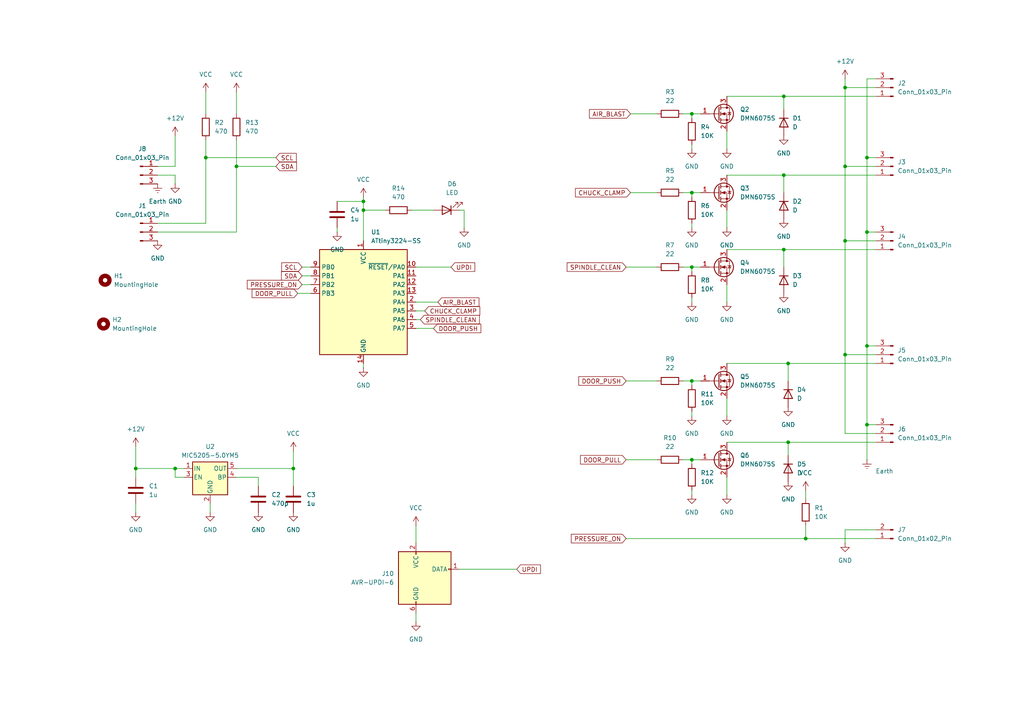
<source format=kicad_sch>
(kicad_sch (version 20231120) (generator "eeschema") (generator_version "8.0")
  (paper "A4")
  (lib_symbols
    (symbol "Connector:AVR-UPDI-6" (pin_names (offset 1.016))
      (property "Reference" "J" (at -6.35 8.89 0))
      (property "Value" "AVR-UPDI-6" (at 0 8.89 0))
      (symbol "AVR-UPDI-6_0_1"
        (rectangle (start -2.667 -6.858) (end -2.413 -7.62))
        (rectangle (start -2.667 7.62) (end -2.413 6.858))
        (rectangle (start 7.62 2.667) (end 6.858 2.413))
        (rectangle (start 7.62 7.62) (end -7.62 -7.62) (stroke (width 0.254)) (fill (type background)))
      )
      (symbol "AVR-UPDI-6_1_1"
        (pin passive line (at 10.16 2.54 180) (length 2.54) (name "DATA") (number "1"))
        (pin passive line (at -2.54 10.16 270) (length 2.54) (name "VCC") (number "2"))
        (pin no_connect line (at 7.62 0 180) (length 2.54) hide (name "NC") (number "3"))
        (pin no_connect line (at 7.62 -2.54 180) (length 2.54) hide (name "NC") (number "4"))
        (pin no_connect line (at 7.62 -5.08 180) (length 2.54) hide (name "NC") (number "5"))
        (pin passive line (at -2.54 -10.16 90) (length 2.54) (name "GND") (number "6"))
      )
    )
    (symbol "Connector:Conn_01x02_Pin" (pin_names (offset 1.016) hide)
      (property "Reference" "J" (at 0 2.54 0))
      (property "Value" "Conn_01x02_Pin" (at 0 -5.08 0))
      (symbol "Conn_01x02_Pin_1_1"
        (polyline (pts (xy 1.27 -2.54) (xy 0.8636 -2.54)) (stroke (width 0.1524)))
        (polyline (pts (xy 1.27 0) (xy 0.8636 0)) (stroke (width 0.1524)))
        (rectangle (start 0.8636 -2.413) (end 0 -2.667) (stroke (width 0.1524)) (fill (type outline)))
        (rectangle (start 0.8636 0.127) (end 0 -0.127) (stroke (width 0.1524)) (fill (type outline)))
        (pin passive line (at 5.08 0 180) (length 3.81) (name "Pin_1") (number "1"))
        (pin passive line (at 5.08 -2.54 180) (length 3.81) (name "Pin_2") (number "2"))
      )
    )
    (symbol "Connector:Conn_01x03_Pin" (pin_names (offset 1.016) hide)
      (property "Reference" "J" (at 0 5.08 0))
      (property "Value" "Conn_01x03_Pin" (at 0 -5.08 0))
      (symbol "Conn_01x03_Pin_1_1"
        (polyline (pts (xy 1.27 -2.54) (xy 0.8636 -2.54)) (stroke (width 0.1524)))
        (polyline (pts (xy 1.27 0) (xy 0.8636 0)) (stroke (width 0.1524)))
        (polyline (pts (xy 1.27 2.54) (xy 0.8636 2.54)) (stroke (width 0.1524)))
        (rectangle (start 0.8636 -2.413) (end 0 -2.667) (stroke (width 0.1524)) (fill (type outline)))
        (rectangle (start 0.8636 0.127) (end 0 -0.127) (stroke (width 0.1524)) (fill (type outline)))
        (rectangle (start 0.8636 2.667) (end 0 2.413) (stroke (width 0.1524)) (fill (type outline)))
        (pin passive line (at 5.08 2.54 180) (length 3.81) (name "Pin_1") (number "1"))
        (pin passive line (at 5.08 0 180) (length 3.81) (name "Pin_2") (number "2"))
        (pin passive line (at 5.08 -2.54 180) (length 3.81) (name "Pin_3") (number "3"))
      )
    )
    (symbol "Device:C" (pin_numbers hide) (pin_names (offset 0.254))
      (property "Reference" "C" (at 0.635 2.54 0))
      (property "Value" "C" (at 0.635 -2.54 0))
      (symbol "C_0_1"
        (polyline (pts (xy -2.032 -0.762) (xy 2.032 -0.762)) (stroke (width 0.508)))
        (polyline (pts (xy -2.032 0.762) (xy 2.032 0.762)) (stroke (width 0.508)))
      )
      (symbol "C_1_1"
        (pin passive line (at 0 3.81 270) (length 2.794) (name "~") (number "1"))
        (pin passive line (at 0 -3.81 90) (length 2.794) (name "~") (number "2"))
      )
    )
    (symbol "Device:D" (pin_numbers hide) (pin_names (offset 1.016) hide)
      (property "Reference" "D" (at 0 2.54 0))
      (property "Value" "D" (at 0 -2.54 0))
      (symbol "D_0_1"
        (polyline (pts (xy -1.27 1.27) (xy -1.27 -1.27)) (stroke (width 0.254)))
        (polyline (pts (xy 1.27 0) (xy -1.27 0)))
        (polyline (pts (xy 1.27 1.27) (xy 1.27 -1.27) (xy -1.27 0) (xy 1.27 1.27)) (stroke (width 0.254)))
      )
      (symbol "D_1_1"
        (pin passive line (at -3.81 0 0) (length 2.54) (name "K") (number "1"))
        (pin passive line (at 3.81 0 180) (length 2.54) (name "A") (number "2"))
      )
    )
    (symbol "Device:LED" (pin_numbers hide) (pin_names (offset 1.016) hide)
      (property "Reference" "D" (at 0 2.54 0))
      (property "Value" "LED" (at 0 -2.54 0))
      (symbol "LED_0_1"
        (polyline (pts (xy -1.27 -1.27) (xy -1.27 1.27)) (stroke (width 0.254)))
        (polyline (pts (xy -1.27 0) (xy 1.27 0)))
        (polyline (pts (xy 1.27 -1.27) (xy 1.27 1.27) (xy -1.27 0) (xy 1.27 -1.27)) (stroke (width 0.254)))
        (polyline (pts (xy -3.048 -0.762) (xy -4.572 -2.286) (xy -3.81 -2.286) (xy -4.572 -2.286) (xy -4.572 -1.524)))
        (polyline (pts (xy -1.778 -0.762) (xy -3.302 -2.286) (xy -2.54 -2.286) (xy -3.302 -2.286) (xy -3.302 -1.524)))
      )
      (symbol "LED_1_1"
        (pin passive line (at -3.81 0 0) (length 2.54) (name "K") (number "1"))
        (pin passive line (at 3.81 0 180) (length 2.54) (name "A") (number "2"))
      )
    )
    (symbol "Device:R" (pin_numbers hide) (pin_names (offset 0))
      (property "Reference" "R" (at 2.032 0 90))
      (property "Value" "R" (at 0 0 90))
      (symbol "R_0_1"
        (rectangle (start -1.016 -2.54) (end 1.016 2.54) (stroke (width 0.254)))
      )
      (symbol "R_1_1"
        (pin passive line (at 0 3.81 270) (length 1.27) (name "~") (number "1"))
        (pin passive line (at 0 -3.81 90) (length 1.27) (name "~") (number "2"))
      )
    )
    (symbol "MCU_Microchip_ATtiny:ATtiny3224-SS"
      (property "Reference" "U" (at -12.7 16.51 0))
      (property "Value" "ATtiny3224-SS" (at 2.54 -16.51 0))
      (symbol "ATtiny3224-SS_0_1"
        (rectangle (start -12.7 -15.24) (end 12.7 15.24) (stroke (width 0.254)) (fill (type background)))
      )
      (symbol "ATtiny3224-SS_1_1"
        (pin power_in line (at 0 17.78 270) (length 2.54) (name "VCC") (number "1"))
        (pin bidirectional line (at 15.24 10.16 180) (length 2.54) (name "~{RESET}/PA0") (number "10"))
        (pin bidirectional line (at 15.24 7.62 180) (length 2.54) (name "PA1") (number "11"))
        (pin bidirectional line (at 15.24 5.08 180) (length 2.54) (name "PA2") (number "12"))
        (pin bidirectional line (at 15.24 2.54 180) (length 2.54) (name "PA3") (number "13"))
        (pin power_in line (at 0 -17.78 90) (length 2.54) (name "GND") (number "14"))
        (pin bidirectional line (at 15.24 0 180) (length 2.54) (name "PA4") (number "2"))
        (pin bidirectional line (at 15.24 -2.54 180) (length 2.54) (name "PA5") (number "3"))
        (pin bidirectional line (at 15.24 -5.08 180) (length 2.54) (name "PA6") (number "4"))
        (pin bidirectional line (at 15.24 -7.62 180) (length 2.54) (name "PA7") (number "5"))
        (pin bidirectional line (at -15.24 2.54 0) (length 2.54) (name "PB3") (number "6"))
        (pin bidirectional line (at -15.24 5.08 0) (length 2.54) (name "PB2") (number "7"))
        (pin bidirectional line (at -15.24 7.62 0) (length 2.54) (name "PB1") (number "8"))
        (pin bidirectional line (at -15.24 10.16 0) (length 2.54) (name "PB0") (number "9"))
      )
    )
    (symbol "Mechanical:MountingHole" (pin_names (offset 1.016)) (exclude_from_sim yes) (in_bom no)
      (property "Reference" "H" (at 0 5.08 0))
      (property "Value" "MountingHole" (at 0 3.175 0))
      (symbol "MountingHole_0_1"
        (circle (center 0 0) (radius 1.27) (stroke (width 1.27)))
      )
    )
    (symbol "Regulator_Linear:MIC5205-5.0YM5" (pin_names (offset 0.254))
      (property "Reference" "U" (at -3.81 5.715 0))
      (property "Value" "MIC5205-5.0YM5" (at 0 5.715 0))
      (symbol "MIC5205-5.0YM5_0_1"
        (rectangle (start -5.08 4.445) (end 5.08 -5.08) (stroke (width 0.254)) (fill (type background)))
      )
      (symbol "MIC5205-5.0YM5_1_1"
        (pin power_in line (at -7.62 2.54 0) (length 2.54) (name "IN") (number "1"))
        (pin power_in line (at 0 -7.62 90) (length 2.54) (name "GND") (number "2"))
        (pin input line (at -7.62 0 0) (length 2.54) (name "EN") (number "3"))
        (pin input line (at 7.62 0 180) (length 2.54) (name "BP") (number "4"))
        (pin power_out line (at 7.62 2.54 180) (length 2.54) (name "OUT") (number "5"))
      )
    )
    (symbol "Transistor_FET:DMN6075S" (pin_names hide)
      (property "Reference" "Q" (at 5.08 1.905 0))
      (property "Value" "DMN6075S" (at 5.08 0 0))
      (symbol "DMN6075S_0_1"
        (polyline (pts (xy 0.254 0) (xy -2.54 0)))
        (polyline (pts (xy 0.254 1.905) (xy 0.254 -1.905)) (stroke (width 0.254)))
        (polyline (pts (xy 0.762 -1.27) (xy 0.762 -2.286)) (stroke (width 0.254)))
        (polyline (pts (xy 0.762 0.508) (xy 0.762 -0.508)) (stroke (width 0.254)))
        (polyline (pts (xy 0.762 2.286) (xy 0.762 1.27)) (stroke (width 0.254)))
        (polyline (pts (xy 2.54 2.54) (xy 2.54 1.778)))
        (polyline (pts (xy 2.54 -2.54) (xy 2.54 0) (xy 0.762 0)))
        (polyline (pts (xy 0.762 -1.778) (xy 3.302 -1.778) (xy 3.302 1.778) (xy 0.762 1.778)))
        (polyline (pts (xy 1.016 0) (xy 2.032 0.381) (xy 2.032 -0.381) (xy 1.016 0)) (fill (type outline)))
        (polyline (pts (xy 2.794 0.508) (xy 2.921 0.381) (xy 3.683 0.381) (xy 3.81 0.254)))
        (polyline (pts (xy 3.302 0.381) (xy 2.921 -0.254) (xy 3.683 -0.254) (xy 3.302 0.381)))
        (circle (center 1.651 0) (radius 2.794) (stroke (width 0.254)))
        (circle (center 2.54 -1.778) (radius 0.254) (fill (type outline)))
        (circle (center 2.54 1.778) (radius 0.254) (fill (type outline)))
      )
      (symbol "DMN6075S_1_1"
        (pin input line (at -5.08 0 0) (length 2.54) (name "G") (number "1"))
        (pin passive line (at 2.54 -5.08 90) (length 2.54) (name "S") (number "2"))
        (pin passive line (at 2.54 5.08 270) (length 2.54) (name "D") (number "3"))
      )
    )
    (symbol "power:+12V" (power) (pin_numbers hide) (pin_names (offset 0) hide)
      (property "Value" "+12V" (at 0 3.556 0))
      (symbol "+12V_0_1"
        (polyline (pts (xy -0.762 1.27) (xy 0 2.54)))
        (polyline (pts (xy 0 0) (xy 0 2.54)))
        (polyline (pts (xy 0 2.54) (xy 0.762 1.27)))
      )
      (symbol "+12V_1_1"
        (pin power_in line (at 0 0 90) (length 0) (name "~") (number "1"))
      )
    )
    (symbol "power:Earth" (power) (pin_numbers hide) (pin_names (offset 0) hide)
      (property "Value" "Earth" (at 0 -3.81 0))
      (symbol "Earth_0_1"
        (polyline (pts (xy -0.635 -1.905) (xy 0.635 -1.905)))
        (polyline (pts (xy -0.127 -2.54) (xy 0.127 -2.54)))
        (polyline (pts (xy 0 -1.27) (xy 0 0)))
        (polyline (pts (xy 1.27 -1.27) (xy -1.27 -1.27)))
      )
      (symbol "Earth_1_1"
        (pin power_in line (at 0 0 270) (length 0) (name "~") (number "1"))
      )
    )
    (symbol "power:GND" (power) (pin_numbers hide) (pin_names (offset 0) hide)
      (property "Value" "GND" (at 0 -3.81 0))
      (symbol "GND_0_1"
        (polyline (pts (xy 0 0) (xy 0 -1.27) (xy 1.27 -1.27) (xy 0 -2.54) (xy -1.27 -1.27) (xy 0 -1.27)))
      )
      (symbol "GND_1_1"
        (pin power_in line (at 0 0 270) (length 0) (name "~") (number "1"))
      )
    )
    (symbol "power:VCC" (power) (pin_numbers hide) (pin_names (offset 0) hide)
      (property "Value" "VCC" (at 0 3.556 0))
      (symbol "VCC_0_1"
        (polyline (pts (xy -0.762 1.27) (xy 0 2.54)))
        (polyline (pts (xy 0 0) (xy 0 2.54)))
        (polyline (pts (xy 0 2.54) (xy 0.762 1.27)))
      )
      (symbol "VCC_1_1"
        (pin power_in line (at 0 0 90) (length 0) (name "~") (number "1"))
      )
    )
  )
  (junction (at 228.6 105.41))
  (junction (at 68.58 48.26))
  (junction (at 200.66 110.49))
  (junction (at 233.68 156.21))
  (junction (at 245.11 69.85))
  (junction (at 245.11 25.4))
  (junction (at 251.46 45.72))
  (junction (at 251.46 123.19))
  (junction (at 251.46 67.31))
  (junction (at 200.66 133.35))
  (junction (at 228.6 128.27))
  (junction (at 200.66 55.88))
  (junction (at 105.41 58.42))
  (junction (at 227.33 27.94))
  (junction (at 245.11 102.87))
  (junction (at 200.66 77.47))
  (junction (at 105.41 60.96))
  (junction (at 227.33 50.8))
  (junction (at 251.46 100.33))
  (junction (at 227.33 72.39))
  (junction (at 85.09 135.89))
  (junction (at 200.66 33.02))
  (junction (at 50.8 135.89))
  (junction (at 39.37 135.89))
  (junction (at 59.69 45.72))
  (junction (at 245.11 48.26))
  (wire (pts (xy 227.33 27.94) (xy 227.33 31.75)))
  (wire (pts (xy 59.69 45.72) (xy 80.01 45.72)))
  (wire (pts (xy 200.66 120.65) (xy 200.66 119.38)))
  (wire (pts (xy 228.6 105.41) (xy 228.6 110.49)))
  (wire (pts (xy 245.11 48.26) (xy 245.11 69.85)))
  (wire (pts (xy 45.72 67.31) (xy 68.58 67.31)))
  (wire (pts (xy 68.58 40.64) (xy 68.58 48.26)))
  (wire (pts (xy 87.63 80.01) (xy 90.17 80.01)))
  (wire (pts (xy 251.46 100.33) (xy 251.46 123.19)))
  (wire (pts (xy 149.86 165.1) (xy 133.35 165.1)))
  (wire (pts (xy 68.58 138.43) (xy 74.93 138.43)))
  (wire (pts (xy 228.6 128.27) (xy 228.6 132.08)))
  (wire (pts (xy 105.41 106.68) (xy 105.41 105.41)))
  (wire (pts (xy 45.72 50.8) (xy 50.8 50.8)))
  (wire (pts (xy 181.61 77.47) (xy 190.5 77.47)))
  (wire (pts (xy 53.34 138.43) (xy 50.8 138.43)))
  (wire (pts (xy 228.6 128.27) (xy 254 128.27)))
  (wire (pts (xy 228.6 105.41) (xy 254 105.41)))
  (wire (pts (xy 210.82 128.27) (xy 228.6 128.27)))
  (wire (pts (xy 59.69 40.64) (xy 59.69 45.72)))
  (wire (pts (xy 200.66 110.49) (xy 203.2 110.49)))
  (wire (pts (xy 227.33 50.8) (xy 254 50.8)))
  (wire (pts (xy 251.46 67.31) (xy 254 67.31)))
  (wire (pts (xy 68.58 26.67) (xy 68.58 33.02)))
  (wire (pts (xy 74.93 138.43) (xy 74.93 140.97)))
  (wire (pts (xy 210.82 87.63) (xy 210.82 82.55)))
  (wire (pts (xy 245.11 153.67) (xy 245.11 157.48)))
  (wire (pts (xy 245.11 69.85) (xy 254 69.85)))
  (wire (pts (xy 120.65 152.4) (xy 120.65 157.48)))
  (wire (pts (xy 198.12 77.47) (xy 200.66 77.47)))
  (wire (pts (xy 68.58 48.26) (xy 80.01 48.26)))
  (wire (pts (xy 245.11 22.86) (xy 245.11 25.4)))
  (wire (pts (xy 60.96 148.59) (xy 60.96 146.05)))
  (wire (pts (xy 50.8 50.8) (xy 50.8 53.34)))
  (wire (pts (xy 105.41 60.96) (xy 111.76 60.96)))
  (wire (pts (xy 86.36 85.09) (xy 90.17 85.09)))
  (wire (pts (xy 59.69 26.67) (xy 59.69 33.02)))
  (wire (pts (xy 121.92 92.71) (xy 120.65 92.71)))
  (wire (pts (xy 210.82 43.18) (xy 210.82 38.1)))
  (wire (pts (xy 134.62 60.96) (xy 133.35 60.96)))
  (wire (pts (xy 97.79 66.04) (xy 97.79 67.31)))
  (wire (pts (xy 59.69 45.72) (xy 59.69 64.77)))
  (wire (pts (xy 245.11 69.85) (xy 245.11 102.87)))
  (wire (pts (xy 200.66 77.47) (xy 203.2 77.47)))
  (wire (pts (xy 200.66 134.62) (xy 200.66 133.35)))
  (wire (pts (xy 251.46 123.19) (xy 254 123.19)))
  (wire (pts (xy 245.11 48.26) (xy 254 48.26)))
  (wire (pts (xy 181.61 133.35) (xy 190.5 133.35)))
  (wire (pts (xy 198.12 33.02) (xy 200.66 33.02)))
  (wire (pts (xy 97.79 58.42) (xy 105.41 58.42)))
  (wire (pts (xy 50.8 135.89) (xy 53.34 135.89)))
  (wire (pts (xy 251.46 67.31) (xy 251.46 100.33)))
  (wire (pts (xy 254 25.4) (xy 245.11 25.4)))
  (wire (pts (xy 119.38 60.96) (xy 125.73 60.96)))
  (wire (pts (xy 227.33 72.39) (xy 227.33 77.47)))
  (wire (pts (xy 245.11 102.87) (xy 254 102.87)))
  (wire (pts (xy 210.82 143.51) (xy 210.82 138.43)))
  (wire (pts (xy 87.63 82.55) (xy 90.17 82.55)))
  (wire (pts (xy 233.68 142.24) (xy 233.68 144.78)))
  (wire (pts (xy 120.65 180.34) (xy 120.65 177.8)))
  (wire (pts (xy 200.66 66.04) (xy 200.66 64.77)))
  (wire (pts (xy 181.61 110.49) (xy 190.5 110.49)))
  (wire (pts (xy 245.11 125.73) (xy 254 125.73)))
  (wire (pts (xy 251.46 45.72) (xy 251.46 67.31)))
  (wire (pts (xy 68.58 67.31) (xy 68.58 48.26)))
  (wire (pts (xy 200.66 55.88) (xy 203.2 55.88)))
  (wire (pts (xy 105.41 58.42) (xy 105.41 60.96)))
  (wire (pts (xy 233.68 152.4) (xy 233.68 156.21)))
  (wire (pts (xy 182.88 33.02) (xy 190.5 33.02)))
  (wire (pts (xy 254 22.86) (xy 251.46 22.86)))
  (wire (pts (xy 50.8 48.26) (xy 50.8 39.37)))
  (wire (pts (xy 251.46 22.86) (xy 251.46 45.72)))
  (wire (pts (xy 210.82 66.04) (xy 210.82 60.96)))
  (wire (pts (xy 200.66 43.18) (xy 200.66 41.91)))
  (wire (pts (xy 245.11 25.4) (xy 245.11 48.26)))
  (wire (pts (xy 120.65 77.47) (xy 130.81 77.47)))
  (wire (pts (xy 85.09 130.81) (xy 85.09 135.89)))
  (wire (pts (xy 210.82 27.94) (xy 227.33 27.94)))
  (wire (pts (xy 245.11 125.73) (xy 245.11 102.87)))
  (wire (pts (xy 39.37 148.59) (xy 39.37 146.05)))
  (wire (pts (xy 210.82 120.65) (xy 210.82 115.57)))
  (wire (pts (xy 200.66 87.63) (xy 200.66 86.36)))
  (wire (pts (xy 198.12 133.35) (xy 200.66 133.35)))
  (wire (pts (xy 210.82 72.39) (xy 227.33 72.39)))
  (wire (pts (xy 210.82 50.8) (xy 227.33 50.8)))
  (wire (pts (xy 181.61 156.21) (xy 233.68 156.21)))
  (wire (pts (xy 200.66 111.76) (xy 200.66 110.49)))
  (wire (pts (xy 227.33 27.94) (xy 254 27.94)))
  (wire (pts (xy 45.72 64.77) (xy 59.69 64.77)))
  (wire (pts (xy 134.62 66.04) (xy 134.62 60.96)))
  (wire (pts (xy 68.58 135.89) (xy 85.09 135.89)))
  (wire (pts (xy 227.33 72.39) (xy 254 72.39)))
  (wire (pts (xy 87.63 77.47) (xy 90.17 77.47)))
  (wire (pts (xy 50.8 138.43) (xy 50.8 135.89)))
  (wire (pts (xy 251.46 100.33) (xy 254 100.33)))
  (wire (pts (xy 85.09 135.89) (xy 85.09 140.97)))
  (wire (pts (xy 105.41 60.96) (xy 105.41 69.85)))
  (wire (pts (xy 105.41 58.42) (xy 105.41 57.15)))
  (wire (pts (xy 198.12 55.88) (xy 200.66 55.88)))
  (wire (pts (xy 45.72 48.26) (xy 50.8 48.26)))
  (wire (pts (xy 227.33 50.8) (xy 227.33 55.88)))
  (wire (pts (xy 182.88 55.88) (xy 190.5 55.88)))
  (wire (pts (xy 200.66 57.15) (xy 200.66 55.88)))
  (wire (pts (xy 127 87.63) (xy 120.65 87.63)))
  (wire (pts (xy 254 153.67) (xy 245.11 153.67)))
  (wire (pts (xy 39.37 135.89) (xy 50.8 135.89)))
  (wire (pts (xy 123.19 90.17) (xy 120.65 90.17)))
  (wire (pts (xy 125.73 95.25) (xy 120.65 95.25)))
  (wire (pts (xy 210.82 105.41) (xy 228.6 105.41)))
  (wire (pts (xy 233.68 156.21) (xy 254 156.21)))
  (wire (pts (xy 200.66 143.51) (xy 200.66 142.24)))
  (wire (pts (xy 198.12 110.49) (xy 200.66 110.49)))
  (wire (pts (xy 200.66 78.74) (xy 200.66 77.47)))
  (wire (pts (xy 200.66 33.02) (xy 203.2 33.02)))
  (wire (pts (xy 39.37 129.54) (xy 39.37 135.89)))
  (wire (pts (xy 251.46 45.72) (xy 254 45.72)))
  (wire (pts (xy 200.66 133.35) (xy 203.2 133.35)))
  (wire (pts (xy 200.66 34.29) (xy 200.66 33.02)))
  (wire (pts (xy 251.46 123.19) (xy 251.46 133.35)))
  (wire (pts (xy 39.37 138.43) (xy 39.37 135.89)))
  (global_label "SPINDLE_CLEAN" (shape input) (at 181.61 77.47 180) (property "Intersheetrefs" "${INTERSHEET_REFS}" (effects (hide yes))))
  (global_label "SCL" (shape input) (at 87.63 77.47 180) (property "Intersheetrefs" "${INTERSHEET_REFS}" (effects (hide yes))))
  (global_label "UPDI" (shape input) (at 130.81 77.47 0) (property "Intersheetrefs" "${INTERSHEET_REFS}" (effects (hide yes))))
  (global_label "SPINDLE_CLEAN" (shape input) (at 121.92 92.71 0) (property "Intersheetrefs" "${INTERSHEET_REFS}" (effects (hide yes))))
  (global_label "DOOR_PUSH" (shape input) (at 125.73 95.25 0) (property "Intersheetrefs" "${INTERSHEET_REFS}" (effects (hide yes))))
  (global_label "SDA" (shape input) (at 87.63 80.01 180) (property "Intersheetrefs" "${INTERSHEET_REFS}" (effects (hide yes))))
  (global_label "AIR_BLAST" (shape input) (at 182.88 33.02 180) (property "Intersheetrefs" "${INTERSHEET_REFS}" (effects (hide yes))))
  (global_label "PRESSURE_ON" (shape input) (at 181.61 156.21 180) (property "Intersheetrefs" "${INTERSHEET_REFS}" (effects (hide yes))))
  (global_label "DOOR_PUSH" (shape input) (at 181.61 110.49 180) (property "Intersheetrefs" "${INTERSHEET_REFS}" (effects (hide yes))))
  (global_label "SCL" (shape input) (at 80.01 45.72 0) (property "Intersheetrefs" "${INTERSHEET_REFS}" (effects (hide yes))))
  (global_label "DOOR_PULL" (shape input) (at 86.36 85.09 180) (property "Intersheetrefs" "${INTERSHEET_REFS}" (effects (hide yes))))
  (global_label "CHUCK_CLAMP" (shape input) (at 123.19 90.17 0) (property "Intersheetrefs" "${INTERSHEET_REFS}" (effects (hide yes))))
  (global_label "AIR_BLAST" (shape input) (at 127 87.63 0) (property "Intersheetrefs" "${INTERSHEET_REFS}" (effects (hide yes))))
  (global_label "PRESSURE_ON" (shape input) (at 87.63 82.55 180) (property "Intersheetrefs" "${INTERSHEET_REFS}" (effects (hide yes))))
  (global_label "SDA" (shape input) (at 80.01 48.26 0) (property "Intersheetrefs" "${INTERSHEET_REFS}" (effects (hide yes))))
  (global_label "UPDI" (shape input) (at 149.86 165.1 0) (property "Intersheetrefs" "${INTERSHEET_REFS}" (effects (hide yes))))
  (global_label "CHUCK_CLAMP" (shape input) (at 182.88 55.88 180) (property "Intersheetrefs" "${INTERSHEET_REFS}" (effects (hide yes))))
  (global_label "DOOR_PULL" (shape input) (at 181.61 133.35 180) (property "Intersheetrefs" "${INTERSHEET_REFS}" (effects (hide yes))))
  (symbol (lib_id "power:GND") (at 85.09 148.59 0) (unit 1)
    (property "Reference" "#PWR022" (effects (hide yes)))
    (property "Value" "GND" (at 85.09 153.67 0))
    (property "Description" "Power symbol creates a global label with name \"GND\" , ground" (effects (hide yes)))
  )
  (symbol (lib_id "power:GND") (at 45.72 69.85 0) (unit 1)
    (property "Reference" "#PWR036" (effects (hide yes)))
    (property "Value" "GND" (at 45.72 74.93 0))
    (property "Description" "Power symbol creates a global label with name \"GND\" , ground" (effects (hide yes)))
  )
  (symbol (lib_id "Connector:Conn_01x03_Pin") (at 40.64 50.8 0) (unit 1)
    (property "Reference" "J8" (at 41.275 43.18 0))
    (property "Value" "Conn_01x03_Pin" (at 41.275 45.72 0))
    (property "Footprint" "Connector_Phoenix_MC:PhoenixContact_MCV_1,5_3-G-3.81_1x03_P3.81mm_Vertical" (effects (hide yes)))
    (property "Description" "Generic connector, single row, 01x03, script generated" (effects (hide yes)))
  )
  (symbol (lib_id "power:GND") (at 228.6 139.7 0) (unit 1)
    (property "Reference" "#PWR06" (effects (hide yes)))
    (property "Value" "GND" (at 228.6 144.78 0))
    (property "Description" "Power symbol creates a global label with name \"GND\" , ground" (effects (hide yes)))
  )
  (symbol (lib_id "power:GND") (at 245.11 157.48 0) (unit 1)
    (property "Reference" "#PWR01" (effects (hide yes)))
    (property "Value" "GND" (at 245.11 162.56 0))
    (property "Description" "Power symbol creates a global label with name \"GND\" , ground" (effects (hide yes)))
  )
  (symbol (lib_id "power:GND") (at 50.8 53.34 0) (unit 1)
    (property "Reference" "#PWR04" (effects (hide yes)))
    (property "Value" "GND" (at 50.8 58.42 0))
    (property "Description" "Power symbol creates a global label with name \"GND\" , ground" (effects (hide yes)))
  )
  (symbol (lib_id "Device:D") (at 227.33 35.56 270) (unit 1)
    (property "Reference" "D1" (at 229.87 34.2899 90) (effects (justify left)))
    (property "Value" "D" (at 229.87 36.8299 90) (effects (justify left)))
    (property "Footprint" "Diode_SMD:D_MicroSMP_AK" (effects (hide yes)))
    (property "Description" "Diode" (effects (hide yes)))
    (property "Sim.Device" "D" (effects (hide yes)))
    (property "Sim.Pins" "1=K 2=A" (effects (hide yes)))
  )
  (symbol (lib_id "Device:R") (at 59.69 36.83 180) (unit 1)
    (property "Reference" "R2" (at 62.23 35.5599 0) (effects (justify right)))
    (property "Value" "470" (at 62.23 38.0999 0) (effects (justify right)))
    (property "Footprint" "Resistor_SMD:R_1206_3216Metric_Pad1.30x1.75mm_HandSolder" (effects (hide yes)))
    (property "Description" "Resistor" (effects (hide yes)))
  )
  (symbol (lib_id "Connector:Conn_01x03_Pin") (at 259.08 125.73 180) (unit 1)
    (property "Reference" "J6" (at 260.35 124.4599 0) (effects (justify right)))
    (property "Value" "Conn_01x03_Pin" (at 260.35 126.9999 0) (effects (justify right)))
    (property "Footprint" "Connector_Phoenix_MC:PhoenixContact_MCV_1,5_3-G-3.81_1x03_P3.81mm_Vertical" (effects (hide yes)))
    (property "Description" "Generic connector, single row, 01x03, script generated" (effects (hide yes)))
  )
  (symbol (lib_id "power:+12V") (at 245.11 22.86 0) (unit 1)
    (property "Reference" "#PWR019" (effects (hide yes)))
    (property "Value" "+12V" (at 245.11 17.78 0))
    (property "Description" "Power symbol creates a global label with name \"+12V\"" (effects (hide yes)))
  )
  (symbol (lib_id "power:GND") (at 39.37 148.59 0) (unit 1)
    (property "Reference" "#PWR08" (effects (hide yes)))
    (property "Value" "GND" (at 39.37 153.67 0))
    (property "Description" "Power symbol creates a global label with name \"GND\" , ground" (effects (hide yes)))
  )
  (symbol (lib_id "Mechanical:MountingHole") (at 30.48 81.28 0) (unit 1) (exclude_from_sim yes) (in_bom no)
    (property "Reference" "H1" (at 33.02 80.0099 0) (effects (justify left)))
    (property "Value" "MountingHole" (at 33.02 82.5499 0) (effects (justify left)))
    (property "Footprint" "MountingHole:MountingHole_3.2mm_M3_DIN965" (effects (hide yes)))
    (property "Description" "Mounting Hole without connection" (effects (hide yes)))
  )
  (symbol (lib_id "Device:D") (at 228.6 135.89 270) (unit 1)
    (property "Reference" "D5" (at 231.14 134.6199 90) (effects (justify left)))
    (property "Value" "D" (at 231.14 137.1599 90) (effects (justify left)))
    (property "Footprint" "Diode_SMD:D_MicroSMP_AK" (effects (hide yes)))
    (property "Description" "Diode" (effects (hide yes)))
    (property "Sim.Device" "D" (effects (hide yes)))
    (property "Sim.Pins" "1=K 2=A" (effects (hide yes)))
  )
  (symbol (lib_id "Connector:Conn_01x02_Pin") (at 259.08 156.21 180) (unit 1)
    (property "Reference" "J7" (at 260.35 153.6699 0) (effects (justify right)))
    (property "Value" "Conn_01x02_Pin" (at 260.35 156.2099 0) (effects (justify right)))
    (property "Footprint" "Connector_Phoenix_MC:PhoenixContact_MCV_1,5_2-G-3.81_1x02_P3.81mm_Vertical" (effects (hide yes)))
    (property "Description" "Generic connector, single row, 01x02, script generated" (effects (hide yes)))
  )
  (symbol (lib_id "Device:D") (at 228.6 114.3 270) (unit 1)
    (property "Reference" "D4" (at 231.14 113.0299 90) (effects (justify left)))
    (property "Value" "D" (at 231.14 115.5699 90) (effects (justify left)))
    (property "Footprint" "Diode_SMD:D_MicroSMP_AK" (effects (hide yes)))
    (property "Description" "Diode" (effects (hide yes)))
    (property "Sim.Device" "D" (effects (hide yes)))
    (property "Sim.Pins" "1=K 2=A" (effects (hide yes)))
  )
  (symbol (lib_id "power:GND") (at 200.66 120.65 0) (unit 1)
    (property "Reference" "#PWR015" (effects (hide yes)))
    (property "Value" "GND" (at 200.66 125.73 0))
    (property "Description" "Power symbol creates a global label with name \"GND\" , ground" (effects (hide yes)))
  )
  (symbol (lib_id "power:GND") (at 120.65 180.34 0) (unit 1)
    (property "Reference" "#PWR024" (effects (hide yes)))
    (property "Value" "GND" (at 120.65 185.42 0))
    (property "Description" "Power symbol creates a global label with name \"GND\" , ground" (effects (hide yes)))
  )
  (symbol (lib_id "Device:R") (at 115.57 60.96 90) (unit 1)
    (property "Reference" "R14" (at 115.57 54.61 90))
    (property "Value" "470" (at 115.57 57.15 90))
    (property "Footprint" "Resistor_SMD:R_1206_3216Metric_Pad1.30x1.75mm_HandSolder" (effects (hide yes)))
    (property "Description" "Resistor" (effects (hide yes)))
  )
  (symbol (lib_id "Connector:Conn_01x03_Pin") (at 259.08 69.85 180) (unit 1)
    (property "Reference" "J4" (at 260.35 68.5799 0) (effects (justify right)))
    (property "Value" "Conn_01x03_Pin" (at 260.35 71.1199 0) (effects (justify right)))
    (property "Footprint" "Connector_Phoenix_MC:PhoenixContact_MCV_1,5_3-G-3.81_1x03_P3.81mm_Vertical" (effects (hide yes)))
    (property "Description" "Generic connector, single row, 01x03, script generated" (effects (hide yes)))
  )
  (symbol (lib_id "power:GND") (at 97.79 67.31 0) (unit 1)
    (property "Reference" "#PWR028" (effects (hide yes)))
    (property "Value" "GND" (at 97.79 72.39 0))
    (property "Description" "Power symbol creates a global label with name \"GND\" , ground" (effects (hide yes)))
  )
  (symbol (lib_id "power:GND") (at 105.41 106.68 0) (unit 1)
    (property "Reference" "#PWR025" (effects (hide yes)))
    (property "Value" "GND" (at 105.41 111.76 0))
    (property "Description" "Power symbol creates a global label with name \"GND\" , ground" (effects (hide yes)))
  )
  (symbol (lib_id "power:VCC") (at 120.65 152.4 0) (unit 1)
    (property "Reference" "#PWR023" (effects (hide yes)))
    (property "Value" "VCC" (at 120.65 147.32 0))
    (property "Description" "Power symbol creates a global label with name \"VCC\"" (effects (hide yes)))
  )
  (symbol (lib_id "Device:D") (at 227.33 59.69 270) (unit 1)
    (property "Reference" "D2" (at 229.87 58.4199 90) (effects (justify left)))
    (property "Value" "D" (at 229.87 60.9599 90) (effects (justify left)))
    (property "Footprint" "Diode_SMD:D_MicroSMP_AK" (effects (hide yes)))
    (property "Description" "Diode" (effects (hide yes)))
    (property "Sim.Device" "D" (effects (hide yes)))
    (property "Sim.Pins" "1=K 2=A" (effects (hide yes)))
  )
  (symbol (lib_id "power:GND") (at 134.62 66.04 0) (unit 1)
    (property "Reference" "#PWR037" (effects (hide yes)))
    (property "Value" "GND" (at 134.62 71.12 0))
    (property "Description" "Power symbol creates a global label with name \"GND\" , ground" (effects (hide yes)))
  )
  (symbol (lib_id "Device:C") (at 74.93 144.78 0) (unit 1)
    (property "Reference" "C2" (at 78.74 143.5099 0) (effects (justify left)))
    (property "Value" "470p" (at 78.74 146.0499 0) (effects (justify left)))
    (property "Footprint" "Capacitor_SMD:C_0805_2012Metric_Pad1.18x1.45mm_HandSolder" (effects (hide yes)))
    (property "Description" "Unpolarized capacitor" (effects (hide yes)))
  )
  (symbol (lib_id "Transistor_FET:DMN6075S") (at 208.28 77.47 0) (unit 1)
    (property "Reference" "Q4" (at 214.63 76.1999 0) (effects (justify left)))
    (property "Value" "DMN6075S" (at 214.63 78.7399 0) (effects (justify left)))
    (property "Footprint" "Package_TO_SOT_SMD:SOT-23" (effects (hide yes)))
    (property "Datasheet" "http://www.diodes.com/assets/Datasheets/DMN6075S.pdf" (effects (hide yes)))
    (property "Description" "2.5A Id, 60V Vds, N-Channel MOSFET, SOT-23" (effects (hide yes)))
  )
  (symbol (lib_id "power:GND") (at 210.82 66.04 0) (unit 1)
    (property "Reference" "#PWR012" (effects (hide yes)))
    (property "Value" "GND" (at 210.82 71.12 0))
    (property "Description" "Power symbol creates a global label with name \"GND\" , ground" (effects (hide yes)))
  )
  (symbol (lib_id "power:GND") (at 60.96 148.59 0) (unit 1)
    (property "Reference" "#PWR07" (effects (hide yes)))
    (property "Value" "GND" (at 60.96 153.67 0))
    (property "Description" "Power symbol creates a global label with name \"GND\" , ground" (effects (hide yes)))
  )
  (symbol (lib_id "Regulator_Linear:MIC5205-5.0YM5") (at 60.96 138.43 0) (unit 1)
    (property "Reference" "U2" (at 60.96 129.54 0))
    (property "Value" "MIC5205-5.0YM5" (at 60.96 132.08 0))
    (property "Footprint" "Package_TO_SOT_SMD:SOT-23-5" (effects (hide yes)))
    (property "Datasheet" "http://ww1.microchip.com/downloads/en/DeviceDoc/20005785A.pdf" (effects (hide yes)))
    (property "Description" "150mA low dropout linear regulator, fixed 5.0V output, SOT-23-5" (effects (hide yes)))
  )
  (symbol (lib_id "power:GND") (at 210.82 43.18 0) (unit 1)
    (property "Reference" "#PWR010" (effects (hide yes)))
    (property "Value" "GND" (at 210.82 48.26 0))
    (property "Description" "Power symbol creates a global label with name \"GND\" , ground" (effects (hide yes)))
  )
  (symbol (lib_id "Connector:AVR-UPDI-6") (at 123.19 167.64 0) (unit 1)
    (property "Reference" "J10" (at 114.3 166.3699 0) (effects (justify right)))
    (property "Value" "AVR-UPDI-6" (at 114.3 168.9099 0) (effects (justify right)))
    (property "Footprint" "Connector_PinHeader_2.54mm:PinHeader_2x03_P2.54mm_Vertical" (effects (hide yes)))
    (property "Datasheet" "https://www.microchip.com/webdoc/GUID-9D10622A-5C16-4405-B092-1BDD437B4976/index.html?GUID-9B349315-2842-4189-B88C-49F4E1055D7F" (effects (hide yes)))
    (property "Description" "Atmel 6-pin UPDI connector" (effects (hide yes)))
  )
  (symbol (lib_id "power:VCC") (at 105.41 57.15 0) (unit 1)
    (property "Reference" "#PWR027" (effects (hide yes)))
    (property "Value" "VCC" (at 105.41 52.07 0))
    (property "Description" "Power symbol creates a global label with name \"VCC\"" (effects (hide yes)))
  )
  (symbol (lib_id "power:GND") (at 227.33 85.09 0) (unit 1)
    (property "Reference" "#PWR031" (effects (hide yes)))
    (property "Value" "GND" (at 227.33 90.17 0))
    (property "Description" "Power symbol creates a global label with name \"GND\" , ground" (effects (hide yes)))
  )
  (symbol (lib_id "Connector:Conn_01x03_Pin") (at 259.08 25.4 180) (unit 1)
    (property "Reference" "J2" (at 260.35 24.1299 0) (effects (justify right)))
    (property "Value" "Conn_01x03_Pin" (at 260.35 26.6699 0) (effects (justify right)))
    (property "Footprint" "Connector_Phoenix_MC:PhoenixContact_MCV_1,5_3-G-3.81_1x03_P3.81mm_Vertical" (effects (hide yes)))
    (property "Description" "Generic connector, single row, 01x03, script generated" (effects (hide yes)))
  )
  (symbol (lib_id "Transistor_FET:DMN6075S") (at 208.28 133.35 0) (unit 1)
    (property "Reference" "Q6" (at 214.63 132.0799 0) (effects (justify left)))
    (property "Value" "DMN6075S" (at 214.63 134.6199 0) (effects (justify left)))
    (property "Footprint" "Package_TO_SOT_SMD:SOT-23" (effects (hide yes)))
    (property "Datasheet" "http://www.diodes.com/assets/Datasheets/DMN6075S.pdf" (effects (hide yes)))
    (property "Description" "2.5A Id, 60V Vds, N-Channel MOSFET, SOT-23" (effects (hide yes)))
  )
  (symbol (lib_id "Device:R") (at 200.66 82.55 180) (unit 1)
    (property "Reference" "R8" (at 203.2 81.2799 0) (effects (justify right)))
    (property "Value" "10K" (at 203.2 83.8199 0) (effects (justify right)))
    (property "Footprint" "Resistor_SMD:R_1206_3216Metric_Pad1.30x1.75mm_HandSolder" (effects (hide yes)))
    (property "Description" "Resistor" (effects (hide yes)))
  )
  (symbol (lib_id "power:GND") (at 200.66 143.51 0) (unit 1)
    (property "Reference" "#PWR016" (effects (hide yes)))
    (property "Value" "GND" (at 200.66 148.59 0))
    (property "Description" "Power symbol creates a global label with name \"GND\" , ground" (effects (hide yes)))
  )
  (symbol (lib_id "Device:R") (at 194.31 55.88 90) (unit 1)
    (property "Reference" "R5" (at 194.31 49.53 90))
    (property "Value" "22" (at 194.31 52.07 90))
    (property "Footprint" "Resistor_SMD:R_1206_3216Metric_Pad1.30x1.75mm_HandSolder" (effects (hide yes)))
    (property "Description" "Resistor" (effects (hide yes)))
  )
  (symbol (lib_id "Device:R") (at 194.31 133.35 90) (unit 1)
    (property "Reference" "R10" (at 194.31 127 90))
    (property "Value" "22" (at 194.31 129.54 90))
    (property "Footprint" "Resistor_SMD:R_1206_3216Metric_Pad1.30x1.75mm_HandSolder" (effects (hide yes)))
    (property "Description" "Resistor" (effects (hide yes)))
  )
  (symbol (lib_id "Connector:Conn_01x03_Pin") (at 259.08 102.87 180) (unit 1)
    (property "Reference" "J5" (at 260.35 101.5999 0) (effects (justify right)))
    (property "Value" "Conn_01x03_Pin" (at 260.35 104.1399 0) (effects (justify right)))
    (property "Footprint" "Connector_Phoenix_MC:PhoenixContact_MCV_1,5_3-G-3.81_1x03_P3.81mm_Vertical" (effects (hide yes)))
    (property "Description" "Generic connector, single row, 01x03, script generated" (effects (hide yes)))
  )
  (symbol (lib_id "Device:R") (at 233.68 148.59 180) (unit 1)
    (property "Reference" "R1" (at 236.22 147.3199 0) (effects (justify right)))
    (property "Value" "10K" (at 236.22 149.8599 0) (effects (justify right)))
    (property "Footprint" "Resistor_SMD:R_1206_3216Metric_Pad1.30x1.75mm_HandSolder" (effects (hide yes)))
    (property "Description" "Resistor" (effects (hide yes)))
  )
  (symbol (lib_id "Device:R") (at 194.31 77.47 90) (unit 1)
    (property "Reference" "R7" (at 194.31 71.12 90))
    (property "Value" "22" (at 194.31 73.66 90))
    (property "Footprint" "Resistor_SMD:R_1206_3216Metric_Pad1.30x1.75mm_HandSolder" (effects (hide yes)))
    (property "Description" "Resistor" (effects (hide yes)))
  )
  (symbol (lib_id "power:GND") (at 210.82 143.51 0) (unit 1)
    (property "Reference" "#PWR018" (effects (hide yes)))
    (property "Value" "GND" (at 210.82 148.59 0))
    (property "Description" "Power symbol creates a global label with name \"GND\" , ground" (effects (hide yes)))
  )
  (symbol (lib_id "power:Earth") (at 251.46 133.35 0) (unit 1)
    (property "Reference" "#PWR02" (effects (hide yes)))
    (property "Value" "Earth" (at 256.54 136.652 0))
    (property "Description" "Power symbol creates a global label with name \"Earth\"" (effects (hide yes)))
  )
  (symbol (lib_id "power:GND") (at 200.66 87.63 0) (unit 1)
    (property "Reference" "#PWR013" (effects (hide yes)))
    (property "Value" "GND" (at 200.66 92.71 0))
    (property "Description" "Power symbol creates a global label with name \"GND\" , ground" (effects (hide yes)))
  )
  (symbol (lib_id "Connector:Conn_01x03_Pin") (at 259.08 48.26 180) (unit 1)
    (property "Reference" "J3" (at 260.35 46.9899 0) (effects (justify right)))
    (property "Value" "Conn_01x03_Pin" (at 260.35 49.5299 0) (effects (justify right)))
    (property "Footprint" "Connector_Phoenix_MC:PhoenixContact_MCV_1,5_3-G-3.81_1x03_P3.81mm_Vertical" (effects (hide yes)))
    (property "Description" "Generic connector, single row, 01x03, script generated" (effects (hide yes)))
  )
  (symbol (lib_id "power:+12V") (at 39.37 129.54 0) (unit 1)
    (property "Reference" "#PWR035" (effects (hide yes)))
    (property "Value" "+12V" (at 39.37 124.46 0))
    (property "Description" "Power symbol creates a global label with name \"+12V\"" (effects (hide yes)))
  )
  (symbol (lib_id "Device:R") (at 200.66 138.43 180) (unit 1)
    (property "Reference" "R12" (at 203.2 137.1599 0) (effects (justify right)))
    (property "Value" "10K" (at 203.2 139.6999 0) (effects (justify right)))
    (property "Footprint" "Resistor_SMD:R_1206_3216Metric_Pad1.30x1.75mm_HandSolder" (effects (hide yes)))
    (property "Description" "Resistor" (effects (hide yes)))
  )
  (symbol (lib_id "power:VCC") (at 59.69 26.67 0) (unit 1)
    (property "Reference" "#PWR033" (effects (hide yes)))
    (property "Value" "VCC" (at 59.69 21.59 0))
    (property "Description" "Power symbol creates a global label with name \"VCC\"" (effects (hide yes)))
  )
  (symbol (lib_id "power:GND") (at 210.82 120.65 0) (unit 1)
    (property "Reference" "#PWR017" (effects (hide yes)))
    (property "Value" "GND" (at 210.82 125.73 0))
    (property "Description" "Power symbol creates a global label with name \"GND\" , ground" (effects (hide yes)))
  )
  (symbol (lib_id "Transistor_FET:DMN6075S") (at 208.28 33.02 0) (unit 1)
    (property "Reference" "Q2" (at 214.63 31.7499 0) (effects (justify left)))
    (property "Value" "DMN6075S" (at 214.63 34.2899 0) (effects (justify left)))
    (property "Footprint" "Package_TO_SOT_SMD:SOT-23" (effects (hide yes)))
    (property "Datasheet" "http://www.diodes.com/assets/Datasheets/DMN6075S.pdf" (effects (hide yes)))
    (property "Description" "2.5A Id, 60V Vds, N-Channel MOSFET, SOT-23" (effects (hide yes)))
  )
  (symbol (lib_id "power:+12V") (at 50.8 39.37 0) (unit 1)
    (property "Reference" "#PWR05" (effects (hide yes)))
    (property "Value" "+12V" (at 50.8 34.29 0))
    (property "Description" "Power symbol creates a global label with name \"+12V\"" (effects (hide yes)))
  )
  (symbol (lib_id "power:GND") (at 74.93 148.59 0) (unit 1)
    (property "Reference" "#PWR021" (effects (hide yes)))
    (property "Value" "GND" (at 74.93 153.67 0))
    (property "Description" "Power symbol creates a global label with name \"GND\" , ground" (effects (hide yes)))
  )
  (symbol (lib_id "power:GND") (at 200.66 43.18 0) (unit 1)
    (property "Reference" "#PWR09" (effects (hide yes)))
    (property "Value" "GND" (at 200.66 48.26 0))
    (property "Description" "Power symbol creates a global label with name \"GND\" , ground" (effects (hide yes)))
  )
  (symbol (lib_id "power:GND") (at 200.66 66.04 0) (unit 1)
    (property "Reference" "#PWR011" (effects (hide yes)))
    (property "Value" "GND" (at 200.66 71.12 0))
    (property "Description" "Power symbol creates a global label with name \"GND\" , ground" (effects (hide yes)))
  )
  (symbol (lib_id "Device:C") (at 97.79 62.23 0) (unit 1)
    (property "Reference" "C4" (at 101.6 60.9599 0) (effects (justify left)))
    (property "Value" "1u" (at 101.6 63.4999 0) (effects (justify left)))
    (property "Footprint" "Capacitor_SMD:C_1206_3216Metric_Pad1.33x1.80mm_HandSolder" (effects (hide yes)))
    (property "Description" "Unpolarized capacitor" (effects (hide yes)))
  )
  (symbol (lib_id "Connector:Conn_01x03_Pin") (at 40.64 67.31 0) (unit 1)
    (property "Reference" "J1" (at 41.275 59.69 0))
    (property "Value" "Conn_01x03_Pin" (at 41.275 62.23 0))
    (property "Footprint" "Connector_Phoenix_MC:PhoenixContact_MCV_1,5_3-G-3.81_1x03_P3.81mm_Vertical" (effects (hide yes)))
    (property "Description" "Generic connector, single row, 01x03, script generated" (effects (hide yes)))
  )
  (symbol (lib_id "power:VCC") (at 85.09 130.81 0) (unit 1)
    (property "Reference" "#PWR020" (effects (hide yes)))
    (property "Value" "VCC" (at 85.09 125.73 0))
    (property "Description" "Power symbol creates a global label with name \"VCC\"" (effects (hide yes)))
  )
  (symbol (lib_id "power:GND") (at 210.82 87.63 0) (unit 1)
    (property "Reference" "#PWR014" (effects (hide yes)))
    (property "Value" "GND" (at 210.82 92.71 0))
    (property "Description" "Power symbol creates a global label with name \"GND\" , ground" (effects (hide yes)))
  )
  (symbol (lib_id "Device:R") (at 200.66 115.57 180) (unit 1)
    (property "Reference" "R11" (at 203.2 114.2999 0) (effects (justify right)))
    (property "Value" "10K" (at 203.2 116.8399 0) (effects (justify right)))
    (property "Footprint" "Resistor_SMD:R_1206_3216Metric_Pad1.30x1.75mm_HandSolder" (effects (hide yes)))
    (property "Description" "Resistor" (effects (hide yes)))
  )
  (symbol (lib_id "Device:C") (at 39.37 142.24 0) (unit 1)
    (property "Reference" "C1" (at 43.18 140.9699 0) (effects (justify left)))
    (property "Value" "1u" (at 43.18 143.5099 0) (effects (justify left)))
    (property "Footprint" "Capacitor_SMD:C_1206_3216Metric_Pad1.33x1.80mm_HandSolder" (effects (hide yes)))
    (property "Description" "Unpolarized capacitor" (effects (hide yes)))
  )
  (symbol (lib_id "Mechanical:MountingHole") (at 30.0212 93.9801 0) (unit 1) (exclude_from_sim yes) (in_bom no)
    (property "Reference" "H2" (at 32.5612 92.71 0) (effects (justify left)))
    (property "Value" "MountingHole" (at 32.5612 95.25 0) (effects (justify left)))
    (property "Footprint" "MountingHole:MountingHole_3.2mm_M3_DIN965" (effects (hide yes)))
    (property "Description" "Mounting Hole without connection" (effects (hide yes)))
  )
  (symbol (lib_id "Transistor_FET:DMN6075S") (at 208.28 55.88 0) (unit 1)
    (property "Reference" "Q3" (at 214.63 54.6099 0) (effects (justify left)))
    (property "Value" "DMN6075S" (at 214.63 57.1499 0) (effects (justify left)))
    (property "Footprint" "Package_TO_SOT_SMD:SOT-23" (effects (hide yes)))
    (property "Datasheet" "http://www.diodes.com/assets/Datasheets/DMN6075S.pdf" (effects (hide yes)))
    (property "Description" "2.5A Id, 60V Vds, N-Channel MOSFET, SOT-23" (effects (hide yes)))
  )
  (symbol (lib_id "Device:D") (at 227.33 81.28 270) (unit 1)
    (property "Reference" "D3" (at 229.87 80.0099 90) (effects (justify left)))
    (property "Value" "D" (at 229.87 82.5499 90) (effects (justify left)))
    (property "Footprint" "Diode_SMD:D_MicroSMP_AK" (effects (hide yes)))
    (property "Description" "Diode" (effects (hide yes)))
    (property "Sim.Device" "D" (effects (hide yes)))
    (property "Sim.Pins" "1=K 2=A" (effects (hide yes)))
  )
  (symbol (lib_id "power:GND") (at 227.33 63.5 0) (unit 1)
    (property "Reference" "#PWR030" (effects (hide yes)))
    (property "Value" "GND" (at 227.33 68.58 0))
    (property "Description" "Power symbol creates a global label with name \"GND\" , ground" (effects (hide yes)))
  )
  (symbol (lib_id "Device:C") (at 85.09 144.78 0) (unit 1)
    (property "Reference" "C3" (at 88.9 143.5099 0) (effects (justify left)))
    (property "Value" "1u" (at 88.9 146.0499 0) (effects (justify left)))
    (property "Footprint" "Capacitor_SMD:C_1206_3216Metric_Pad1.33x1.80mm_HandSolder" (effects (hide yes)))
    (property "Description" "Unpolarized capacitor" (effects (hide yes)))
  )
  (symbol (lib_id "power:GND") (at 228.6 118.11 0) (unit 1)
    (property "Reference" "#PWR029" (effects (hide yes)))
    (property "Value" "GND" (at 228.6 123.19 0))
    (property "Description" "Power symbol creates a global label with name \"GND\" , ground" (effects (hide yes)))
  )
  (symbol (lib_id "Device:R") (at 68.58 36.83 180) (unit 1)
    (property "Reference" "R13" (at 71.12 35.5599 0) (effects (justify right)))
    (property "Value" "470" (at 71.12 38.0999 0) (effects (justify right)))
    (property "Footprint" "Resistor_SMD:R_1206_3216Metric_Pad1.30x1.75mm_HandSolder" (effects (hide yes)))
    (property "Description" "Resistor" (effects (hide yes)))
  )
  (symbol (lib_id "MCU_Microchip_ATtiny:ATtiny3224-SS") (at 105.41 87.63 0) (unit 1)
    (property "Reference" "U1" (at 107.6041 67.31 0) (effects (justify left)))
    (property "Value" "ATtiny3224-SS" (at 107.6041 69.85 0) (effects (justify left)))
    (property "Footprint" "Package_SO:SOIC-14_3.9x8.7mm_P1.27mm" (effects (hide yes)))
    (property "Datasheet" "https://ww1.microchip.com/downloads/en/DeviceDoc/ATtiny3224-3226-3227-Data-Sheet-DS40002345A.pdf" (effects (hide yes)))
    (property "Description" "20MHz, 32kB Flash, 3kB SRAM, 256B EEPROM, SOIC-14" (effects (hide yes)))
  )
  (symbol (lib_id "power:VCC") (at 68.58 26.67 0) (unit 1)
    (property "Reference" "#PWR034" (effects (hide yes)))
    (property "Value" "VCC" (at 68.58 21.59 0))
    (property "Description" "Power symbol creates a global label with name \"VCC\"" (effects (hide yes)))
  )
  (symbol (lib_id "Device:R") (at 200.66 60.96 180) (unit 1)
    (property "Reference" "R6" (at 203.2 59.6899 0) (effects (justify right)))
    (property "Value" "10K" (at 203.2 62.2299 0) (effects (justify right)))
    (property "Footprint" "Resistor_SMD:R_1206_3216Metric_Pad1.30x1.75mm_HandSolder" (effects (hide yes)))
    (property "Description" "Resistor" (effects (hide yes)))
  )
  (symbol (lib_id "Device:R") (at 194.31 110.49 90) (unit 1)
    (property "Reference" "R9" (at 194.31 104.14 90))
    (property "Value" "22" (at 194.31 106.68 90))
    (property "Footprint" "Resistor_SMD:R_1206_3216Metric_Pad1.30x1.75mm_HandSolder" (effects (hide yes)))
    (property "Description" "Resistor" (effects (hide yes)))
  )
  (symbol (lib_id "Device:R") (at 200.66 38.1 180) (unit 1)
    (property "Reference" "R4" (at 203.2 36.8299 0) (effects (justify right)))
    (property "Value" "10K" (at 203.2 39.3699 0) (effects (justify right)))
    (property "Footprint" "Resistor_SMD:R_1206_3216Metric_Pad1.30x1.75mm_HandSolder" (effects (hide yes)))
    (property "Description" "Resistor" (effects (hide yes)))
  )
  (symbol (lib_id "power:VCC") (at 233.68 142.24 0) (unit 1)
    (property "Reference" "#PWR026" (effects (hide yes)))
    (property "Value" "VCC" (at 233.68 137.16 0))
    (property "Description" "Power symbol creates a global label with name \"VCC\"" (effects (hide yes)))
  )
  (symbol (lib_id "Device:R") (at 194.31 33.02 90) (unit 1)
    (property "Reference" "R3" (at 194.31 26.67 90))
    (property "Value" "22" (at 194.31 29.21 90))
    (property "Footprint" "Resistor_SMD:R_1206_3216Metric_Pad1.30x1.75mm_HandSolder" (effects (hide yes)))
    (property "Description" "Resistor" (effects (hide yes)))
  )
  (symbol (lib_id "power:Earth") (at 45.72 53.34 0) (unit 1)
    (property "Reference" "#PWR03" (effects (hide yes)))
    (property "Value" "Earth" (at 45.72 58.42 0))
    (property "Description" "Power symbol creates a global label with name \"Earth\"" (effects (hide yes)))
  )
  (symbol (lib_id "Transistor_FET:DMN6075S") (at 208.28 110.49 0) (unit 1)
    (property "Reference" "Q5" (at 214.63 109.2199 0) (effects (justify left)))
    (property "Value" "DMN6075S" (at 214.63 111.7599 0) (effects (justify left)))
    (property "Footprint" "Package_TO_SOT_SMD:SOT-23" (effects (hide yes)))
    (property "Datasheet" "http://www.diodes.com/assets/Datasheets/DMN6075S.pdf" (effects (hide yes)))
    (property "Description" "2.5A Id, 60V Vds, N-Channel MOSFET, SOT-23" (effects (hide yes)))
  )
  (symbol (lib_id "power:GND") (at 227.33 39.37 0) (unit 1)
    (property "Reference" "#PWR032" (effects (hide yes)))
    (property "Value" "GND" (at 227.33 44.45 0))
    (property "Description" "Power symbol creates a global label with name \"GND\" , ground" (effects (hide yes)))
  )
  (symbol (lib_id "Device:LED") (at 129.54 60.96 180) (unit 1)
    (property "Reference" "D6" (at 131.1275 53.34 0))
    (property "Value" "LED" (at 131.1275 55.88 0))
    (property "Footprint" "LED_THT:LED_D3.0mm" (effects (hide yes)))
    (property "Description" "Light emitting diode" (effects (hide yes)))
  )
)
</source>
